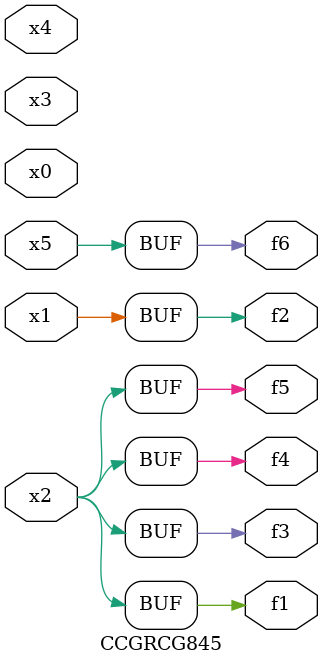
<source format=v>
module CCGRCG845(
	input x0, x1, x2, x3, x4, x5,
	output f1, f2, f3, f4, f5, f6
);
	assign f1 = x2;
	assign f2 = x1;
	assign f3 = x2;
	assign f4 = x2;
	assign f5 = x2;
	assign f6 = x5;
endmodule

</source>
